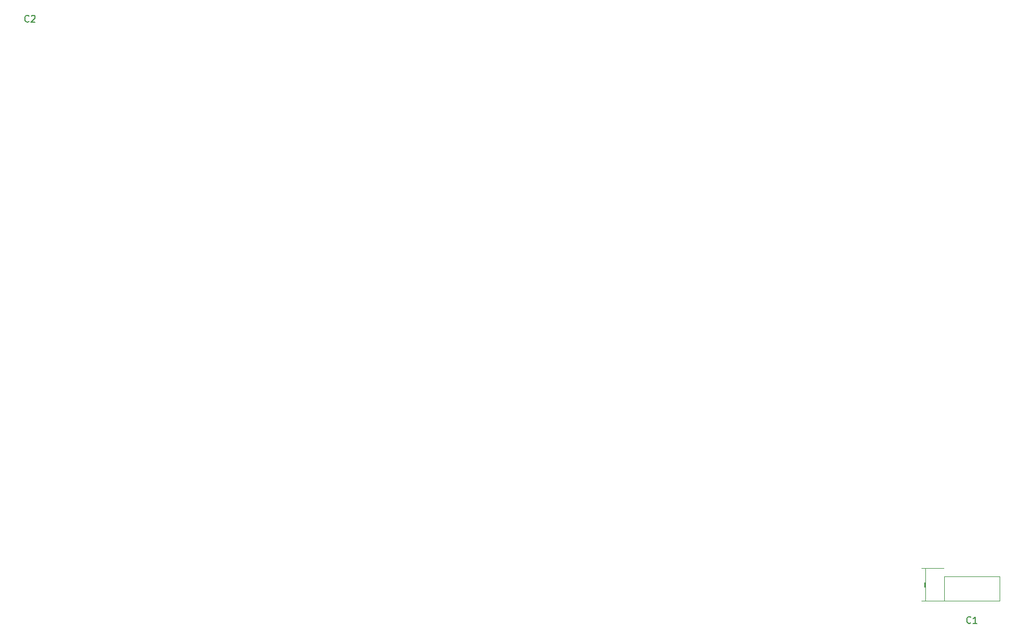
<source format=gbr>
%TF.GenerationSoftware,KiCad,Pcbnew,7.0.1*%
%TF.CreationDate,2023-04-10T11:15:14-05:00*%
%TF.ProjectId,flexible nao,666c6578-6962-46c6-9520-6e616f2e6b69,rev?*%
%TF.SameCoordinates,Original*%
%TF.FileFunction,Legend,Top*%
%TF.FilePolarity,Positive*%
%FSLAX46Y46*%
G04 Gerber Fmt 4.6, Leading zero omitted, Abs format (unit mm)*
G04 Created by KiCad (PCBNEW 7.0.1) date 2023-04-10 11:15:14*
%MOMM*%
%LPD*%
G01*
G04 APERTURE LIST*
%ADD10C,0.150000*%
%ADD11C,0.050000*%
%ADD12C,0.025000*%
%ADD13C,0.010000*%
G04 APERTURE END LIST*
D10*
%TO.C,C1*%
X267308333Y-157817380D02*
X267260714Y-157865000D01*
X267260714Y-157865000D02*
X267117857Y-157912619D01*
X267117857Y-157912619D02*
X267022619Y-157912619D01*
X267022619Y-157912619D02*
X266879762Y-157865000D01*
X266879762Y-157865000D02*
X266784524Y-157769761D01*
X266784524Y-157769761D02*
X266736905Y-157674523D01*
X266736905Y-157674523D02*
X266689286Y-157484047D01*
X266689286Y-157484047D02*
X266689286Y-157341190D01*
X266689286Y-157341190D02*
X266736905Y-157150714D01*
X266736905Y-157150714D02*
X266784524Y-157055476D01*
X266784524Y-157055476D02*
X266879762Y-156960238D01*
X266879762Y-156960238D02*
X267022619Y-156912619D01*
X267022619Y-156912619D02*
X267117857Y-156912619D01*
X267117857Y-156912619D02*
X267260714Y-156960238D01*
X267260714Y-156960238D02*
X267308333Y-157007857D01*
X268260714Y-157912619D02*
X267689286Y-157912619D01*
X267975000Y-157912619D02*
X267975000Y-156912619D01*
X267975000Y-156912619D02*
X267879762Y-157055476D01*
X267879762Y-157055476D02*
X267784524Y-157150714D01*
X267784524Y-157150714D02*
X267689286Y-157198333D01*
%TO.C,C2*%
X123408333Y-65867380D02*
X123360714Y-65915000D01*
X123360714Y-65915000D02*
X123217857Y-65962619D01*
X123217857Y-65962619D02*
X123122619Y-65962619D01*
X123122619Y-65962619D02*
X122979762Y-65915000D01*
X122979762Y-65915000D02*
X122884524Y-65819761D01*
X122884524Y-65819761D02*
X122836905Y-65724523D01*
X122836905Y-65724523D02*
X122789286Y-65534047D01*
X122789286Y-65534047D02*
X122789286Y-65391190D01*
X122789286Y-65391190D02*
X122836905Y-65200714D01*
X122836905Y-65200714D02*
X122884524Y-65105476D01*
X122884524Y-65105476D02*
X122979762Y-65010238D01*
X122979762Y-65010238D02*
X123122619Y-64962619D01*
X123122619Y-64962619D02*
X123217857Y-64962619D01*
X123217857Y-64962619D02*
X123360714Y-65010238D01*
X123360714Y-65010238D02*
X123408333Y-65057857D01*
X123789286Y-65057857D02*
X123836905Y-65010238D01*
X123836905Y-65010238D02*
X123932143Y-64962619D01*
X123932143Y-64962619D02*
X124170238Y-64962619D01*
X124170238Y-64962619D02*
X124265476Y-65010238D01*
X124265476Y-65010238D02*
X124313095Y-65057857D01*
X124313095Y-65057857D02*
X124360714Y-65153095D01*
X124360714Y-65153095D02*
X124360714Y-65248333D01*
X124360714Y-65248333D02*
X124313095Y-65391190D01*
X124313095Y-65391190D02*
X123741667Y-65962619D01*
X123741667Y-65962619D02*
X124360714Y-65962619D01*
D11*
%TO.C,C1*%
X271725000Y-154500000D02*
X263225000Y-154500000D01*
X271725000Y-150750000D02*
X271725000Y-154500000D01*
X271725000Y-150750000D02*
X263225000Y-150750000D01*
X263225000Y-150750000D02*
X263225000Y-154500000D01*
D12*
X260196261Y-152326189D02*
X260196261Y-152316666D01*
X260196261Y-152316666D02*
X260201023Y-152307142D01*
X260201023Y-152307142D02*
X260205785Y-152302380D01*
X260205785Y-152302380D02*
X260215309Y-152297618D01*
X260215309Y-152297618D02*
X260234357Y-152292856D01*
X260234357Y-152292856D02*
X260258166Y-152292856D01*
X260258166Y-152292856D02*
X260277214Y-152297618D01*
X260277214Y-152297618D02*
X260286738Y-152302380D01*
X260286738Y-152302380D02*
X260291500Y-152307142D01*
X260291500Y-152307142D02*
X260296261Y-152316666D01*
X260296261Y-152316666D02*
X260296261Y-152326189D01*
X260296261Y-152326189D02*
X260291500Y-152335713D01*
X260291500Y-152335713D02*
X260286738Y-152340475D01*
X260286738Y-152340475D02*
X260277214Y-152345237D01*
X260277214Y-152345237D02*
X260258166Y-152349999D01*
X260258166Y-152349999D02*
X260234357Y-152349999D01*
X260234357Y-152349999D02*
X260215309Y-152345237D01*
X260215309Y-152345237D02*
X260205785Y-152340475D01*
X260205785Y-152340475D02*
X260201023Y-152335713D01*
X260201023Y-152335713D02*
X260196261Y-152326189D01*
X260286738Y-152249999D02*
X260291500Y-152245237D01*
X260291500Y-152245237D02*
X260296261Y-152249999D01*
X260296261Y-152249999D02*
X260291500Y-152254761D01*
X260291500Y-152254761D02*
X260286738Y-152249999D01*
X260286738Y-152249999D02*
X260296261Y-152249999D01*
X260296261Y-152149999D02*
X260296261Y-152207142D01*
X260296261Y-152178570D02*
X260196261Y-152178570D01*
X260196261Y-152178570D02*
X260210547Y-152188094D01*
X260210547Y-152188094D02*
X260220071Y-152197618D01*
X260220071Y-152197618D02*
X260224833Y-152207142D01*
X260296261Y-152102380D02*
X260296261Y-152083332D01*
X260296261Y-152083332D02*
X260291500Y-152073809D01*
X260291500Y-152073809D02*
X260286738Y-152069047D01*
X260286738Y-152069047D02*
X260272452Y-152059523D01*
X260272452Y-152059523D02*
X260253404Y-152054761D01*
X260253404Y-152054761D02*
X260215309Y-152054761D01*
X260215309Y-152054761D02*
X260205785Y-152059523D01*
X260205785Y-152059523D02*
X260201023Y-152064285D01*
X260201023Y-152064285D02*
X260196261Y-152073809D01*
X260196261Y-152073809D02*
X260196261Y-152092856D01*
X260196261Y-152092856D02*
X260201023Y-152102380D01*
X260201023Y-152102380D02*
X260205785Y-152107142D01*
X260205785Y-152107142D02*
X260215309Y-152111904D01*
X260215309Y-152111904D02*
X260239119Y-152111904D01*
X260239119Y-152111904D02*
X260248642Y-152107142D01*
X260248642Y-152107142D02*
X260253404Y-152102380D01*
X260253404Y-152102380D02*
X260258166Y-152092856D01*
X260258166Y-152092856D02*
X260258166Y-152073809D01*
X260258166Y-152073809D02*
X260253404Y-152064285D01*
X260253404Y-152064285D02*
X260248642Y-152059523D01*
X260248642Y-152059523D02*
X260239119Y-152054761D01*
X260196261Y-151969047D02*
X260196261Y-151988094D01*
X260196261Y-151988094D02*
X260201023Y-151997618D01*
X260201023Y-151997618D02*
X260205785Y-152002380D01*
X260205785Y-152002380D02*
X260220071Y-152011904D01*
X260220071Y-152011904D02*
X260239119Y-152016666D01*
X260239119Y-152016666D02*
X260277214Y-152016666D01*
X260277214Y-152016666D02*
X260286738Y-152011904D01*
X260286738Y-152011904D02*
X260291500Y-152007142D01*
X260291500Y-152007142D02*
X260296261Y-151997618D01*
X260296261Y-151997618D02*
X260296261Y-151978571D01*
X260296261Y-151978571D02*
X260291500Y-151969047D01*
X260291500Y-151969047D02*
X260286738Y-151964285D01*
X260286738Y-151964285D02*
X260277214Y-151959523D01*
X260277214Y-151959523D02*
X260253404Y-151959523D01*
X260253404Y-151959523D02*
X260243880Y-151964285D01*
X260243880Y-151964285D02*
X260239119Y-151969047D01*
X260239119Y-151969047D02*
X260234357Y-151978571D01*
X260234357Y-151978571D02*
X260234357Y-151997618D01*
X260234357Y-151997618D02*
X260239119Y-152007142D01*
X260239119Y-152007142D02*
X260243880Y-152011904D01*
X260243880Y-152011904D02*
X260253404Y-152016666D01*
X260296261Y-151911904D02*
X260296261Y-151892856D01*
X260296261Y-151892856D02*
X260291500Y-151883333D01*
X260291500Y-151883333D02*
X260286738Y-151878571D01*
X260286738Y-151878571D02*
X260272452Y-151869047D01*
X260272452Y-151869047D02*
X260253404Y-151864285D01*
X260253404Y-151864285D02*
X260215309Y-151864285D01*
X260215309Y-151864285D02*
X260205785Y-151869047D01*
X260205785Y-151869047D02*
X260201023Y-151873809D01*
X260201023Y-151873809D02*
X260196261Y-151883333D01*
X260196261Y-151883333D02*
X260196261Y-151902380D01*
X260196261Y-151902380D02*
X260201023Y-151911904D01*
X260201023Y-151911904D02*
X260205785Y-151916666D01*
X260205785Y-151916666D02*
X260215309Y-151921428D01*
X260215309Y-151921428D02*
X260239119Y-151921428D01*
X260239119Y-151921428D02*
X260248642Y-151916666D01*
X260248642Y-151916666D02*
X260253404Y-151911904D01*
X260253404Y-151911904D02*
X260258166Y-151902380D01*
X260258166Y-151902380D02*
X260258166Y-151883333D01*
X260258166Y-151883333D02*
X260253404Y-151873809D01*
X260253404Y-151873809D02*
X260248642Y-151869047D01*
X260248642Y-151869047D02*
X260239119Y-151864285D01*
X260296261Y-151745238D02*
X260229595Y-151745238D01*
X260196261Y-151745238D02*
X260201023Y-151750000D01*
X260201023Y-151750000D02*
X260205785Y-151745238D01*
X260205785Y-151745238D02*
X260201023Y-151740476D01*
X260201023Y-151740476D02*
X260196261Y-151745238D01*
X260196261Y-151745238D02*
X260205785Y-151745238D01*
X260229595Y-151697619D02*
X260296261Y-151697619D01*
X260239119Y-151697619D02*
X260234357Y-151692857D01*
X260234357Y-151692857D02*
X260229595Y-151683333D01*
X260229595Y-151683333D02*
X260229595Y-151669048D01*
X260229595Y-151669048D02*
X260234357Y-151659524D01*
X260234357Y-151659524D02*
X260243880Y-151654762D01*
X260243880Y-151654762D02*
X260296261Y-151654762D01*
D13*
X263215000Y-154500000D02*
X259788580Y-154500000D01*
X263215000Y-149500000D02*
X259788580Y-149500000D01*
X260375000Y-154500000D02*
X260375000Y-149500000D01*
X260375000Y-154500000D02*
X260375000Y-149500000D01*
X260375000Y-154500000D02*
X260351913Y-154455649D01*
X260375000Y-154500000D02*
X260398087Y-154455649D01*
X260375000Y-149500000D02*
X260398087Y-149544351D01*
X260375000Y-149500000D02*
X260351913Y-149544351D01*
%TD*%
M02*

</source>
